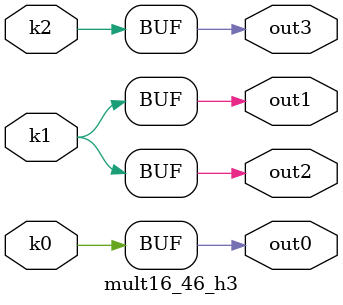
<source format=v>
module mult16_46(pi0, pi1, pi2, pi3, pi4, pi5, pi6, pi7, pi8, po0, po1, po2, po3);
input pi0, pi1, pi2, pi3, pi4, pi5, pi6, pi7, pi8;
output po0, po1, po2, po3;
wire k0, k1, k2;
mult16_46_w3 DUT1 (pi0, pi1, pi2, pi3, pi4, pi5, pi6, pi7, pi8, k0, k1, k2);
mult16_46_h3 DUT2 (k0, k1, k2, po0, po1, po2, po3);
endmodule

module mult16_46_w3(in8, in7, in6, in5, in4, in3, in2, in1, in0, k2, k1, k0);
input in8, in7, in6, in5, in4, in3, in2, in1, in0;
output k2, k1, k0;
assign k0 =   (((~in7 & (~in5 | in6)) | (~in5 & in6)) & (~in1 | ~in0)) | (~in1 & ~in0);
assign k1 =   ((in1 ^ in0) & (((in3 ^ in2) & (((~in8 | in7) & (in6 ? (in5 & in4) : (in5 ^ in4))) | (~in8 & in7 & (in4 ? ~in5 : (~in6 | in5))) | (~in6 & in5 & in4 & (in8 | ~in7)))) | (~in3 & ~in2 & (((in5 ^ in4) & (in6 ? (~in8 | in7) : (in8 | ~in7))) | (in5 & in4 & ((in8 & (~in7 | in6)) | (~in7 & in6))) | (~in5 & ~in4 & ((in7 & ~in6) | (~in8 & (in7 | ~in6)))))) | (in3 & ((in2 & ((in8 & ((~in7 & ((in6 & (~in5 | ~in4)) | (~in5 & ~in4))) | (in6 & ~in5 & ~in4))) | (~in8 & ((in7 & ((in5 & in4) | (~in6 & (in5 | in4)))) | (~in6 & in5 & in4))) | (in5 & in4 & in7 & ~in6) | (~in7 & in6 & ~in5 & ~in4))) | (in8 & ~in7 & in6 & ~in5 & ~in4))) | (in8 & ~in7 & in6 & ~in5 & ~in4 & in2))) | ((~in1 ^ in0) & (((in3 ^ in2) & (((in8 | ~in7) & (in6 ? (in5 ^ in4) : (~in5 & ~in4))) | (in8 & ~in7 & (in4 ? (in6 | ~in5) : in5)) | (in6 & ~in5 & ~in4 & (~in8 | in7)))) | (in3 & in2 & (((in5 ^ in4) & (in6 ? (~in8 | in7) : (in8 | ~in7))) | (in5 & in4 & ((in8 & (~in7 | in6)) | (~in7 & in6))) | (~in5 & ~in4 & ((in7 & ~in6) | (~in8 & (in7 | ~in6)))))) | (~in3 & ((~in2 & ((in8 & ((~in7 & ((in6 & (~in5 | ~in4)) | (~in5 & ~in4))) | (in6 & ~in5 & ~in4))) | (~in8 & ((in7 & ((in5 & in4) | (~in6 & (in5 | in4)))) | (~in6 & in5 & in4))) | (in5 & in4 & in7 & ~in6) | (~in7 & in6 & ~in5 & ~in4))) | (~in8 & in7 & ~in6 & in5 & in4))) | (~in8 & in7 & ~in6 & in5 & in4 & ~in2)));
assign k2 =   ((~in3 ^ in2) & (((~in5 ^ in4) & (in8 ? (~in7 ^ in6) : (in7 ^ in6))) | ((in5 ^ in4) & (in8 ? (in7 ^ in6) : (~in7 ^ in6))))) | ((in3 ^ in2) & (((in8 ? (~in7 ^ in6) : (in7 ^ in6)) & (in5 ^ in4)) | ((~in5 ^ in4) & (in8 ? (in7 ^ in6) : (~in7 ^ in6)))));
endmodule

module mult16_46_h3(k2, k1, k0, out3, out2, out1, out0);
input k2, k1, k0;
output out3, out2, out1, out0;
assign out0 = k0;
assign out1 = k1;
assign out2 = k1;
assign out3 = k2;
endmodule

</source>
